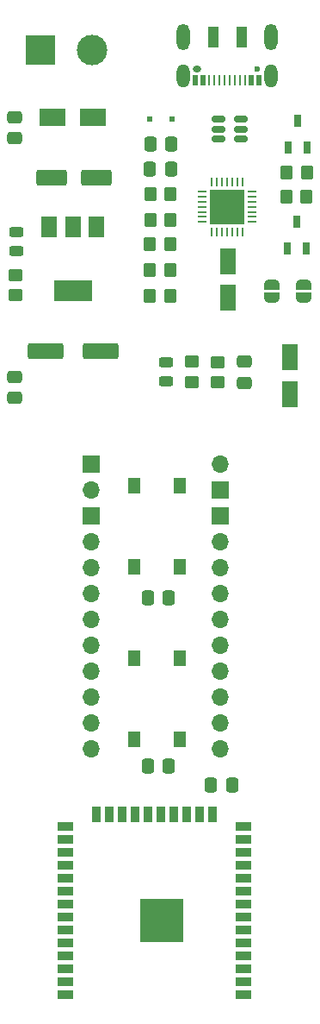
<source format=gbr>
%TF.GenerationSoftware,KiCad,Pcbnew,(6.0.11-0)*%
%TF.CreationDate,2023-10-17T10:34:42+02:00*%
%TF.ProjectId,ZESP32,5a455350-3332-42e6-9b69-6361645f7063,rev?*%
%TF.SameCoordinates,Original*%
%TF.FileFunction,Soldermask,Top*%
%TF.FilePolarity,Negative*%
%FSLAX46Y46*%
G04 Gerber Fmt 4.6, Leading zero omitted, Abs format (unit mm)*
G04 Created by KiCad (PCBNEW (6.0.11-0)) date 2023-10-17 10:34:42*
%MOMM*%
%LPD*%
G01*
G04 APERTURE LIST*
G04 Aperture macros list*
%AMRoundRect*
0 Rectangle with rounded corners*
0 $1 Rounding radius*
0 $2 $3 $4 $5 $6 $7 $8 $9 X,Y pos of 4 corners*
0 Add a 4 corners polygon primitive as box body*
4,1,4,$2,$3,$4,$5,$6,$7,$8,$9,$2,$3,0*
0 Add four circle primitives for the rounded corners*
1,1,$1+$1,$2,$3*
1,1,$1+$1,$4,$5*
1,1,$1+$1,$6,$7*
1,1,$1+$1,$8,$9*
0 Add four rect primitives between the rounded corners*
20,1,$1+$1,$2,$3,$4,$5,0*
20,1,$1+$1,$4,$5,$6,$7,0*
20,1,$1+$1,$6,$7,$8,$9,0*
20,1,$1+$1,$8,$9,$2,$3,0*%
%AMFreePoly0*
4,1,22,0.500000,-0.750000,0.000000,-0.750000,0.000000,-0.745033,-0.079941,-0.743568,-0.215256,-0.701293,-0.333266,-0.622738,-0.424486,-0.514219,-0.481581,-0.384460,-0.499164,-0.250000,-0.500000,-0.250000,-0.500000,0.250000,-0.499164,0.250000,-0.499963,0.256109,-0.478152,0.396186,-0.417904,0.524511,-0.324060,0.630769,-0.204165,0.706417,-0.067858,0.745374,0.000000,0.744959,0.000000,0.750000,
0.500000,0.750000,0.500000,-0.750000,0.500000,-0.750000,$1*%
%AMFreePoly1*
4,1,20,0.000000,0.744959,0.073905,0.744508,0.209726,0.703889,0.328688,0.626782,0.421226,0.519385,0.479903,0.390333,0.500000,0.250000,0.500000,-0.250000,0.499851,-0.262216,0.476331,-0.402017,0.414519,-0.529596,0.319384,-0.634700,0.198574,-0.708877,0.061801,-0.746166,0.000000,-0.745033,0.000000,-0.750000,-0.500000,-0.750000,-0.500000,0.750000,0.000000,0.750000,0.000000,0.744959,
0.000000,0.744959,$1*%
G04 Aperture macros list end*
%ADD10R,1.700000X1.700000*%
%ADD11O,1.700000X1.700000*%
%ADD12R,1.300000X1.550000*%
%ADD13FreePoly0,270.000000*%
%ADD14FreePoly1,270.000000*%
%ADD15R,0.650000X1.220000*%
%ADD16RoundRect,0.250000X-0.550000X1.050000X-0.550000X-1.050000X0.550000X-1.050000X0.550000X1.050000X0*%
%ADD17RoundRect,0.250000X-0.350000X-0.450000X0.350000X-0.450000X0.350000X0.450000X-0.350000X0.450000X0*%
%ADD18RoundRect,0.250000X0.550000X-1.050000X0.550000X1.050000X-0.550000X1.050000X-0.550000X-1.050000X0*%
%ADD19RoundRect,0.250000X0.337500X0.475000X-0.337500X0.475000X-0.337500X-0.475000X0.337500X-0.475000X0*%
%ADD20RoundRect,0.250000X0.350000X0.450000X-0.350000X0.450000X-0.350000X-0.450000X0.350000X-0.450000X0*%
%ADD21RoundRect,0.150000X-0.512500X-0.150000X0.512500X-0.150000X0.512500X0.150000X-0.512500X0.150000X0*%
%ADD22R,1.500000X0.900000*%
%ADD23R,0.900000X1.500000*%
%ADD24C,0.475000*%
%ADD25R,4.200000X4.200000*%
%ADD26RoundRect,0.250000X0.475000X-0.337500X0.475000X0.337500X-0.475000X0.337500X-0.475000X-0.337500X0*%
%ADD27RoundRect,0.250000X-0.337500X-0.475000X0.337500X-0.475000X0.337500X0.475000X-0.337500X0.475000X0*%
%ADD28R,1.000000X2.000000*%
%ADD29O,0.850000X0.600000*%
%ADD30C,0.600000*%
%ADD31R,0.520000X1.000000*%
%ADD32R,0.270000X1.000000*%
%ADD33O,1.300000X2.300000*%
%ADD34O,1.300000X2.600000*%
%ADD35RoundRect,0.250000X-1.500000X-0.550000X1.500000X-0.550000X1.500000X0.550000X-1.500000X0.550000X0*%
%ADD36RoundRect,0.250000X0.450000X-0.350000X0.450000X0.350000X-0.450000X0.350000X-0.450000X-0.350000X0*%
%ADD37RoundRect,0.243750X-0.456250X0.243750X-0.456250X-0.243750X0.456250X-0.243750X0.456250X0.243750X0*%
%ADD38R,3.000000X3.000000*%
%ADD39C,3.000000*%
%ADD40RoundRect,0.062500X-0.062500X0.337500X-0.062500X-0.337500X0.062500X-0.337500X0.062500X0.337500X0*%
%ADD41RoundRect,0.062500X-0.337500X0.062500X-0.337500X-0.062500X0.337500X-0.062500X0.337500X0.062500X0*%
%ADD42R,3.350000X3.350000*%
%ADD43R,0.500000X0.500000*%
%ADD44RoundRect,0.250000X-1.250000X-0.550000X1.250000X-0.550000X1.250000X0.550000X-1.250000X0.550000X0*%
%ADD45R,1.500000X2.000000*%
%ADD46R,3.800000X2.000000*%
%ADD47RoundRect,0.250000X-0.475000X0.337500X-0.475000X-0.337500X0.475000X-0.337500X0.475000X0.337500X0*%
%ADD48R,2.500000X1.800000*%
%ADD49RoundRect,0.243750X0.456250X-0.243750X0.456250X0.243750X-0.456250X0.243750X-0.456250X-0.243750X0*%
G04 APERTURE END LIST*
D10*
%TO.C,J8*%
X91440000Y-88900000D03*
D11*
X91440000Y-91440000D03*
%TD*%
D12*
%TO.C,SW1*%
X95651000Y-107912000D03*
X95651000Y-115862000D03*
X100151000Y-107912000D03*
X100151000Y-115862000D03*
%TD*%
D13*
%TO.C,JP2*%
X109240400Y-71211600D03*
D14*
X109240400Y-72511600D03*
%TD*%
D15*
%TO.C,Q1*%
X110728800Y-67685200D03*
X112628800Y-67685200D03*
X111678800Y-65065200D03*
%TD*%
D16*
%TO.C,C9*%
X104871600Y-68944000D03*
X104871600Y-72544000D03*
%TD*%
D17*
%TO.C,R8*%
X110662800Y-60228400D03*
X112662800Y-60228400D03*
%TD*%
D18*
%TO.C,C3*%
X110967600Y-81992800D03*
X110967600Y-78392800D03*
%TD*%
D19*
%TO.C,C12*%
X99305100Y-59888800D03*
X97230100Y-59888800D03*
%TD*%
D20*
%TO.C,R4*%
X99267600Y-64867200D03*
X97267600Y-64867200D03*
%TD*%
D21*
%TO.C,U1*%
X103937300Y-55027200D03*
X103937300Y-55977200D03*
X103937300Y-56927200D03*
X106212300Y-56927200D03*
X106212300Y-55977200D03*
X106212300Y-55027200D03*
%TD*%
D10*
%TO.C,J3*%
X91440000Y-93980000D03*
D11*
X91440000Y-96520000D03*
X91440000Y-99060000D03*
X91440000Y-101600000D03*
X91440000Y-104140000D03*
X91440000Y-106680000D03*
X91440000Y-109220000D03*
X91440000Y-111760000D03*
X91440000Y-114300000D03*
X91440000Y-116840000D03*
%TD*%
D22*
%TO.C,U4*%
X106413000Y-140965000D03*
X106413000Y-139695000D03*
X106413000Y-138425000D03*
X106413000Y-137155000D03*
X106413000Y-135885000D03*
X106413000Y-134615000D03*
X106413000Y-133345000D03*
X106413000Y-132075000D03*
X106413000Y-130805000D03*
X106413000Y-129535000D03*
X106413000Y-128265000D03*
X106413000Y-126995000D03*
X106413000Y-125725000D03*
X106413000Y-124455000D03*
D23*
X103373000Y-123205000D03*
X102103000Y-123205000D03*
X100833000Y-123205000D03*
X99563000Y-123205000D03*
X98293000Y-123205000D03*
X97023000Y-123205000D03*
X95753000Y-123205000D03*
X94483000Y-123205000D03*
X93213000Y-123205000D03*
X91943000Y-123205000D03*
D22*
X88913000Y-124455000D03*
X88913000Y-125725000D03*
X88913000Y-126995000D03*
X88913000Y-128265000D03*
X88913000Y-129535000D03*
X88913000Y-130805000D03*
X88913000Y-132075000D03*
X88913000Y-133345000D03*
X88913000Y-134615000D03*
X88913000Y-135885000D03*
X88913000Y-137155000D03*
X88913000Y-138425000D03*
X88913000Y-139695000D03*
X88913000Y-140965000D03*
D24*
X98343000Y-132862500D03*
X99105500Y-135150000D03*
X97580500Y-133625000D03*
X99105500Y-132100000D03*
X97580500Y-135150000D03*
X96818000Y-134387500D03*
X99105500Y-133625000D03*
X97580500Y-132100000D03*
D25*
X98343000Y-133625000D03*
D24*
X98343000Y-134387500D03*
X99868000Y-132862500D03*
X99868000Y-134387500D03*
X96818000Y-132862500D03*
%TD*%
D26*
%TO.C,C7*%
X106497200Y-80874700D03*
X106497200Y-78799700D03*
%TD*%
D10*
%TO.C,J7*%
X104140000Y-91440000D03*
D11*
X104140000Y-88900000D03*
%TD*%
D27*
%TO.C,C1*%
X97006500Y-118491000D03*
X99081500Y-118491000D03*
%TD*%
D28*
%TO.C,J2*%
X106220800Y-46953200D03*
D29*
X101820800Y-50053200D03*
D28*
X103420800Y-46953200D03*
D30*
X107820800Y-50053200D03*
D31*
X107920800Y-51153200D03*
X107170800Y-51153200D03*
D32*
X106570800Y-51153200D03*
X105070800Y-51153200D03*
X104070800Y-51153200D03*
X103070800Y-51153200D03*
D31*
X102470800Y-51153200D03*
X101720800Y-51153200D03*
X101720800Y-51153200D03*
X102470800Y-51153200D03*
D32*
X103570800Y-51153200D03*
X104570800Y-51153200D03*
X105570800Y-51153200D03*
X106070800Y-51153200D03*
D31*
X107170800Y-51153200D03*
X107920800Y-51153200D03*
D33*
X109140800Y-50778200D03*
D34*
X100500800Y-46953200D03*
X109140800Y-46953200D03*
D33*
X100500800Y-50778200D03*
%TD*%
D35*
%TO.C,C10*%
X86931600Y-77805200D03*
X92331600Y-77805200D03*
%TD*%
D36*
%TO.C,R2*%
X83992800Y-72302800D03*
X83992800Y-70302800D03*
%TD*%
D19*
%TO.C,C8*%
X105304500Y-120396000D03*
X103229500Y-120396000D03*
%TD*%
D20*
%TO.C,R6*%
X99216800Y-67305600D03*
X97216800Y-67305600D03*
%TD*%
D36*
%TO.C,R1*%
X103906400Y-80837200D03*
X103906400Y-78837200D03*
%TD*%
D37*
%TO.C,D3*%
X84043600Y-66098100D03*
X84043600Y-67973100D03*
%TD*%
D17*
%TO.C,R7*%
X97216800Y-72334800D03*
X99216800Y-72334800D03*
%TD*%
%TO.C,R3*%
X97267600Y-62378000D03*
X99267600Y-62378000D03*
%TD*%
D38*
%TO.C,J1*%
X86482000Y-48239600D03*
D39*
X91562000Y-48239600D03*
%TD*%
D17*
%TO.C,R9*%
X110628000Y-62616000D03*
X112628000Y-62616000D03*
%TD*%
D40*
%TO.C,U3*%
X106320800Y-61147200D03*
X105820800Y-61147200D03*
X105320800Y-61147200D03*
X104820800Y-61147200D03*
X104320800Y-61147200D03*
X103820800Y-61147200D03*
X103320800Y-61147200D03*
D41*
X102370800Y-62097200D03*
X102370800Y-62597200D03*
X102370800Y-63097200D03*
X102370800Y-63597200D03*
X102370800Y-64097200D03*
X102370800Y-64597200D03*
X102370800Y-65097200D03*
D40*
X103320800Y-66047200D03*
X103820800Y-66047200D03*
X104320800Y-66047200D03*
X104820800Y-66047200D03*
X105320800Y-66047200D03*
X105820800Y-66047200D03*
X106320800Y-66047200D03*
D41*
X107270800Y-65097200D03*
X107270800Y-64597200D03*
X107270800Y-64097200D03*
X107270800Y-63597200D03*
X107270800Y-63097200D03*
X107270800Y-62597200D03*
X107270800Y-62097200D03*
D42*
X104820800Y-63597200D03*
%TD*%
D43*
%TO.C,D2*%
X97218400Y-55012000D03*
X99418400Y-55012000D03*
%TD*%
D44*
%TO.C,C6*%
X87584000Y-60736400D03*
X91984000Y-60736400D03*
%TD*%
D19*
%TO.C,C5*%
X99355900Y-57450400D03*
X97280900Y-57450400D03*
%TD*%
D36*
%TO.C,R10*%
X101366400Y-80786400D03*
X101366400Y-78786400D03*
%TD*%
D12*
%TO.C,SW2*%
X95651000Y-90992000D03*
X95651000Y-98942000D03*
X100151000Y-98942000D03*
X100151000Y-90992000D03*
%TD*%
D45*
%TO.C,U2*%
X91931600Y-65562000D03*
D46*
X89631600Y-71862000D03*
D45*
X89631600Y-65562000D03*
X87331600Y-65562000D03*
%TD*%
D15*
%TO.C,Q2*%
X110830400Y-57779200D03*
X112730400Y-57779200D03*
X111780400Y-55159200D03*
%TD*%
D27*
%TO.C,C2*%
X97006500Y-101981000D03*
X99081500Y-101981000D03*
%TD*%
D10*
%TO.C,J4*%
X104140000Y-93980000D03*
D11*
X104140000Y-96520000D03*
X104140000Y-99060000D03*
X104140000Y-101600000D03*
X104140000Y-104140000D03*
X104140000Y-106680000D03*
X104140000Y-109220000D03*
X104140000Y-111760000D03*
X104140000Y-114300000D03*
X104140000Y-116840000D03*
%TD*%
D17*
%TO.C,R5*%
X97216800Y-69845600D03*
X99216800Y-69845600D03*
%TD*%
D47*
%TO.C,C4*%
X83942000Y-54822100D03*
X83942000Y-56897100D03*
%TD*%
D13*
%TO.C,JP1*%
X112339200Y-71211600D03*
D14*
X112339200Y-72511600D03*
%TD*%
D48*
%TO.C,D1*%
X87631600Y-54792800D03*
X91631600Y-54792800D03*
%TD*%
D47*
%TO.C,C11*%
X83942000Y-80272900D03*
X83942000Y-82347900D03*
%TD*%
D49*
%TO.C,D4*%
X98775600Y-80723900D03*
X98775600Y-78848900D03*
%TD*%
M02*

</source>
